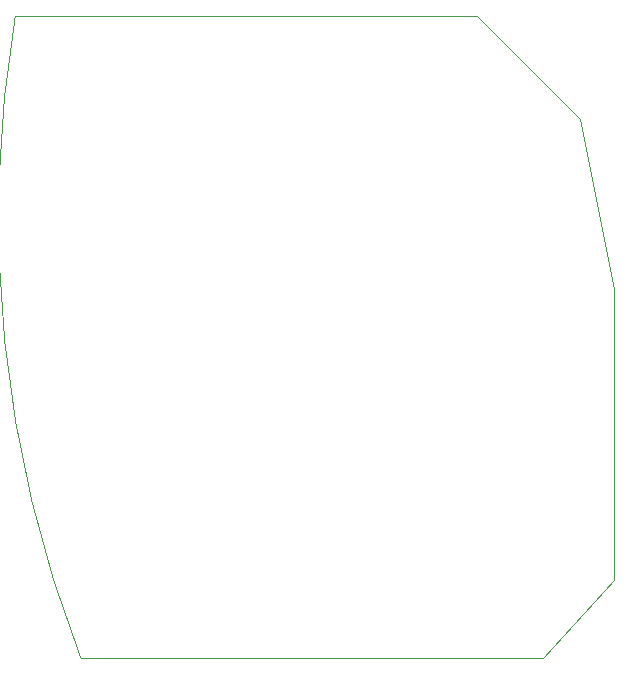
<source format=gbr>
%TF.GenerationSoftware,KiCad,Pcbnew,9.0.6*%
%TF.CreationDate,2026-01-30T21:11:36+09:00*%
%TF.ProjectId,v2_MotorDriver,76325f4d-6f74-46f7-9244-72697665722e,rev?*%
%TF.SameCoordinates,Original*%
%TF.FileFunction,Profile,NP*%
%FSLAX46Y46*%
G04 Gerber Fmt 4.6, Leading zero omitted, Abs format (unit mm)*
G04 Created by KiCad (PCBNEW 9.0.6) date 2026-01-30 21:11:36*
%MOMM*%
%LPD*%
G01*
G04 APERTURE LIST*
%TA.AperFunction,Profile*%
%ADD10C,0.050000*%
%TD*%
G04 APERTURE END LIST*
D10*
X177698400Y-126441200D02*
X171653200Y-133045200D01*
X127001154Y-78739988D02*
X166065200Y-78740000D01*
X171653200Y-133045200D02*
X132537201Y-133045200D01*
X177707610Y-101803200D02*
X177698400Y-126441200D01*
X174852452Y-87465302D02*
X177698400Y-101803200D01*
X132537200Y-133045200D02*
G75*
G02*
X127000440Y-78744227I95981420J37219440D01*
G01*
X166065200Y-78740000D02*
X174852452Y-87465302D01*
M02*

</source>
